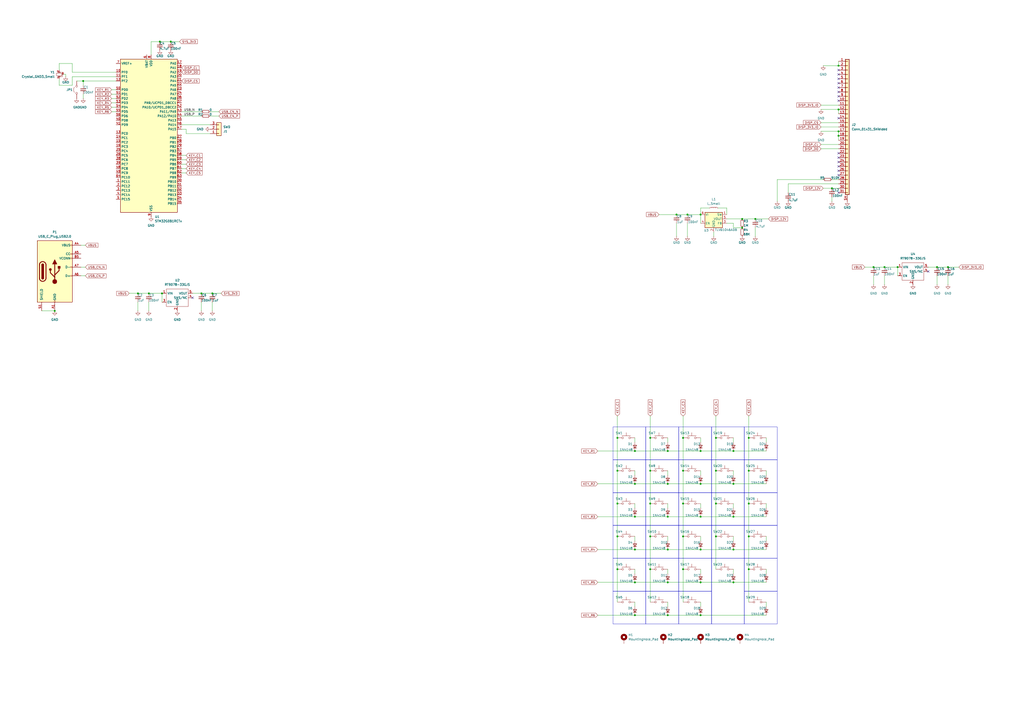
<source format=kicad_sch>
(kicad_sch (version 20231120) (generator "eeschema") (generator_version "8.0")
  (paper "A2")
  (junction (at 387.35 356.87))
  (junction (at 99.06 24.13))
  (junction (at 387.35 337.82))
  (junction (at 123.19 170.18))
  (junction (at 396.24 254))
  (junction (at 425.45 299.72))
  (junction (at 396.24 330.2))
  (junction (at 425.45 261.62))
  (junction (at 434.34 254))
  (junction (at 31.75 180.34))
  (junction (at 396.24 273.05))
  (junction (at 92.71 24.13))
  (junction (at 387.35 261.62))
  (junction (at 425.45 280.67))
  (junction (at 93.98 170.18))
  (junction (at 48.26 46.99))
  (junction (at 415.29 292.1))
  (junction (at 358.14 292.1))
  (junction (at 368.3 337.82))
  (junction (at 398.78 124.46))
  (junction (at 368.3 356.87))
  (junction (at 387.35 318.77))
  (junction (at 377.19 292.1))
  (junction (at 434.34 292.1))
  (junction (at 486.41 78.74))
  (junction (at 368.3 299.72))
  (junction (at 377.19 273.05))
  (junction (at 543.56 154.94))
  (junction (at 368.3 261.62))
  (junction (at 392.43 124.46))
  (junction (at 406.4 261.62))
  (junction (at 425.45 318.77))
  (junction (at 486.41 63.5))
  (junction (at 396.24 292.1))
  (junction (at 406.4 299.72))
  (junction (at 506.73 154.94))
  (junction (at 377.19 330.2))
  (junction (at 358.14 311.15))
  (junction (at 396.24 311.15))
  (junction (at 406.4 280.67))
  (junction (at 368.3 280.67))
  (junction (at 377.19 311.15))
  (junction (at 434.34 311.15))
  (junction (at 513.08 154.94))
  (junction (at 406.4 124.46))
  (junction (at 415.29 254))
  (junction (at 434.34 273.05))
  (junction (at 438.15 127))
  (junction (at 434.34 330.2))
  (junction (at 80.01 170.18))
  (junction (at 549.91 154.94))
  (junction (at 86.36 170.18))
  (junction (at 116.84 170.18))
  (junction (at 425.45 337.82))
  (junction (at 406.4 337.82))
  (junction (at 406.4 356.87))
  (junction (at 387.35 280.67))
  (junction (at 486.41 38.1))
  (junction (at 358.14 330.2))
  (junction (at 482.6 109.22))
  (junction (at 377.19 254))
  (junction (at 406.4 318.77))
  (junction (at 430.53 127))
  (junction (at 415.29 273.05))
  (junction (at 520.7 154.94))
  (junction (at 486.41 76.2))
  (junction (at 358.14 254))
  (junction (at 368.3 318.77))
  (junction (at 387.35 299.72))
  (junction (at 430.53 132.08))
  (junction (at 415.29 311.15))
  (junction (at 358.14 273.05))
  (no_connect (at 486.41 101.6))
  (no_connect (at 486.41 91.44))
  (no_connect (at 486.41 43.18))
  (no_connect (at 111.76 172.72))
  (no_connect (at 486.41 45.72))
  (no_connect (at 486.41 48.26))
  (no_connect (at 486.41 53.34))
  (no_connect (at 486.41 96.52))
  (no_connect (at 486.41 111.76))
  (no_connect (at 486.41 58.42))
  (no_connect (at 486.41 88.9))
  (no_connect (at 486.41 68.58))
  (no_connect (at 486.41 40.64))
  (no_connect (at 486.41 99.06))
  (no_connect (at 486.41 55.88))
  (no_connect (at 486.41 50.8))
  (no_connect (at 486.41 93.98))
  (no_connect (at 538.48 157.48))
  (wire (pts (xy 444.5 332.74) (xy 444.5 330.2)))
  (wire (pts (xy 41.91 36.83) (xy 41.91 41.91)))
  (wire (pts (xy 476.25 71.12) (xy 486.41 71.12)))
  (wire (pts (xy 368.3 261.62) (xy 387.35 261.62)))
  (wire (pts (xy 486.41 38.1) (xy 486.41 35.56)))
  (wire (pts (xy 398.78 124.46) (xy 406.4 124.46)))
  (wire (pts (xy 406.4 124.46) (xy 406.4 129.54)))
  (wire (pts (xy 486.41 63.5) (xy 486.41 66.04)))
  (wire (pts (xy 434.34 311.15) (xy 434.34 330.2)))
  (wire (pts (xy 105.41 67.31) (xy 116.84 67.31)))
  (wire (pts (xy 549.91 154.94) (xy 556.26 154.94)))
  (wire (pts (xy 438.15 132.08) (xy 438.15 137.16)))
  (wire (pts (xy 543.56 154.94) (xy 549.91 154.94)))
  (wire (pts (xy 387.35 256.54) (xy 387.35 254)))
  (wire (pts (xy 64.77 64.77) (xy 67.31 64.77)))
  (wire (pts (xy 358.14 241.3) (xy 358.14 254)))
  (wire (pts (xy 107.95 100.33) (xy 105.41 100.33)))
  (wire (pts (xy 387.35 356.87) (xy 406.4 356.87)))
  (wire (pts (xy 396.24 330.2) (xy 396.24 349.25)))
  (wire (pts (xy 406.4 299.72) (xy 425.45 299.72)))
  (wire (pts (xy 406.4 294.64) (xy 406.4 292.1)))
  (wire (pts (xy 377.19 254) (xy 377.19 273.05)))
  (wire (pts (xy 444.5 313.69) (xy 444.5 311.15)))
  (wire (pts (xy 513.08 165.1) (xy 513.08 160.02)))
  (wire (pts (xy 434.34 330.2) (xy 434.34 349.25)))
  (wire (pts (xy 38.1 43.18) (xy 36.83 43.18)))
  (wire (pts (xy 346.71 318.77) (xy 368.3 318.77)))
  (wire (pts (xy 406.4 356.87) (xy 444.5 356.87)))
  (wire (pts (xy 476.25 60.96) (xy 486.41 60.96)))
  (wire (pts (xy 415.29 241.3) (xy 415.29 254)))
  (wire (pts (xy 476.25 86.36) (xy 486.41 86.36)))
  (wire (pts (xy 387.35 351.79) (xy 387.35 349.25)))
  (wire (pts (xy 111.76 170.18) (xy 116.84 170.18)))
  (wire (pts (xy 421.64 120.65) (xy 416.56 120.65)))
  (wire (pts (xy 543.56 165.1) (xy 543.56 160.02)))
  (wire (pts (xy 396.24 273.05) (xy 396.24 292.1)))
  (wire (pts (xy 425.45 280.67) (xy 444.5 280.67)))
  (wire (pts (xy 346.71 261.62) (xy 368.3 261.62)))
  (wire (pts (xy 444.5 256.54) (xy 444.5 254)))
  (wire (pts (xy 406.4 280.67) (xy 425.45 280.67)))
  (wire (pts (xy 425.45 132.08) (xy 430.53 132.08)))
  (wire (pts (xy 105.41 64.77) (xy 116.84 64.77)))
  (wire (pts (xy 123.19 180.34) (xy 123.19 175.26)))
  (wire (pts (xy 538.48 154.94) (xy 543.56 154.94)))
  (wire (pts (xy 425.45 337.82) (xy 444.5 337.82)))
  (wire (pts (xy 476.25 83.82) (xy 486.41 83.82)))
  (wire (pts (xy 387.35 294.64) (xy 387.35 292.1)))
  (wire (pts (xy 434.34 273.05) (xy 434.34 292.1)))
  (wire (pts (xy 377.19 241.3) (xy 377.19 254)))
  (wire (pts (xy 549.91 165.1) (xy 549.91 160.02)))
  (wire (pts (xy 34.29 40.64) (xy 34.29 36.83)))
  (wire (pts (xy 476.25 63.5) (xy 486.41 63.5)))
  (wire (pts (xy 368.3 299.72) (xy 387.35 299.72)))
  (wire (pts (xy 67.31 44.45) (xy 41.91 44.45)))
  (wire (pts (xy 24.13 180.34) (xy 31.75 180.34)))
  (wire (pts (xy 368.3 337.82) (xy 387.35 337.82)))
  (wire (pts (xy 105.41 74.93) (xy 107.95 74.93)))
  (wire (pts (xy 87.63 31.75) (xy 87.63 24.13)))
  (wire (pts (xy 34.29 36.83) (xy 41.91 36.83)))
  (wire (pts (xy 116.84 170.18) (xy 123.19 170.18)))
  (wire (pts (xy 387.35 261.62) (xy 406.4 261.62)))
  (wire (pts (xy 116.84 180.34) (xy 116.84 175.26)))
  (wire (pts (xy 425.45 261.62) (xy 444.5 261.62)))
  (wire (pts (xy 450.85 104.14) (xy 450.85 116.84)))
  (wire (pts (xy 406.4 120.65) (xy 406.4 124.46)))
  (wire (pts (xy 48.26 46.99) (xy 48.26 49.53)))
  (wire (pts (xy 107.95 77.47) (xy 121.92 77.47)))
  (wire (pts (xy 34.29 49.53) (xy 34.29 45.72)))
  (wire (pts (xy 415.29 311.15) (xy 415.29 330.2)))
  (wire (pts (xy 482.6 104.14) (xy 486.41 104.14)))
  (wire (pts (xy 406.4 351.79) (xy 406.4 349.25)))
  (wire (pts (xy 107.95 90.17) (xy 105.41 90.17)))
  (wire (pts (xy 387.35 299.72) (xy 406.4 299.72)))
  (wire (pts (xy 486.41 76.2) (xy 486.41 78.74)))
  (wire (pts (xy 107.95 92.71) (xy 105.41 92.71)))
  (wire (pts (xy 434.34 254) (xy 434.34 273.05)))
  (wire (pts (xy 520.7 154.94) (xy 520.7 160.02)))
  (wire (pts (xy 49.53 160.02) (xy 46.99 160.02)))
  (wire (pts (xy 444.5 294.64) (xy 444.5 292.1)))
  (wire (pts (xy 87.63 24.13) (xy 92.71 24.13)))
  (wire (pts (xy 425.45 313.69) (xy 425.45 311.15)))
  (wire (pts (xy 64.77 62.23) (xy 67.31 62.23)))
  (wire (pts (xy 49.53 142.24) (xy 46.99 142.24)))
  (wire (pts (xy 99.06 24.13) (xy 104.14 24.13)))
  (wire (pts (xy 41.91 44.45) (xy 41.91 49.53)))
  (wire (pts (xy 406.4 256.54) (xy 406.4 254)))
  (wire (pts (xy 80.01 170.18) (xy 86.36 170.18)))
  (wire (pts (xy 368.3 275.59) (xy 368.3 273.05)))
  (wire (pts (xy 346.71 280.67) (xy 368.3 280.67)))
  (wire (pts (xy 92.71 24.13) (xy 99.06 24.13)))
  (wire (pts (xy 406.4 275.59) (xy 406.4 273.05)))
  (wire (pts (xy 387.35 332.74) (xy 387.35 330.2)))
  (wire (pts (xy 477.52 109.22) (xy 482.6 109.22)))
  (wire (pts (xy 64.77 57.15) (xy 67.31 57.15)))
  (wire (pts (xy 346.71 337.82) (xy 368.3 337.82)))
  (wire (pts (xy 387.35 337.82) (xy 406.4 337.82)))
  (wire (pts (xy 434.34 241.3) (xy 434.34 254)))
  (wire (pts (xy 358.14 254) (xy 358.14 273.05)))
  (wire (pts (xy 48.26 46.99) (xy 67.31 46.99)))
  (wire (pts (xy 396.24 311.15) (xy 396.24 330.2)))
  (wire (pts (xy 41.91 49.53) (xy 34.29 49.53)))
  (wire (pts (xy 392.43 137.16) (xy 392.43 129.54)))
  (wire (pts (xy 64.77 54.61) (xy 67.31 54.61)))
  (wire (pts (xy 368.3 318.77) (xy 387.35 318.77)))
  (wire (pts (xy 486.41 78.74) (xy 486.41 81.28)))
  (wire (pts (xy 421.64 127) (xy 430.53 127)))
  (wire (pts (xy 74.93 170.18) (xy 80.01 170.18)))
  (wire (pts (xy 430.53 127) (xy 438.15 127)))
  (wire (pts (xy 44.45 46.99) (xy 48.26 46.99)))
  (wire (pts (xy 48.26 54.61) (xy 48.26 57.15)))
  (wire (pts (xy 506.73 154.94) (xy 513.08 154.94)))
  (wire (pts (xy 387.35 275.59) (xy 387.35 273.05)))
  (wire (pts (xy 406.4 261.62) (xy 425.45 261.62)))
  (wire (pts (xy 476.25 76.2) (xy 486.41 76.2)))
  (wire (pts (xy 387.35 280.67) (xy 406.4 280.67)))
  (wire (pts (xy 406.4 313.69) (xy 406.4 311.15)))
  (wire (pts (xy 358.14 273.05) (xy 358.14 292.1)))
  (wire (pts (xy 396.24 241.3) (xy 396.24 254)))
  (wire (pts (xy 444.5 275.59) (xy 444.5 273.05)))
  (wire (pts (xy 411.48 120.65) (xy 406.4 120.65)))
  (wire (pts (xy 396.24 254) (xy 396.24 273.05)))
  (wire (pts (xy 127 67.31) (xy 121.92 67.31)))
  (wire (pts (xy 414.02 137.16) (xy 414.02 134.62)))
  (wire (pts (xy 377.19 292.1) (xy 377.19 311.15)))
  (wire (pts (xy 107.95 74.93) (xy 107.95 77.47)))
  (wire (pts (xy 107.95 95.25) (xy 105.41 95.25)))
  (wire (pts (xy 368.3 356.87) (xy 387.35 356.87)))
  (wire (pts (xy 80.01 180.34) (xy 80.01 175.26)))
  (wire (pts (xy 86.36 180.34) (xy 86.36 175.26)))
  (wire (pts (xy 368.3 351.79) (xy 368.3 349.25)))
  (wire (pts (xy 513.08 154.94) (xy 520.7 154.94)))
  (wire (pts (xy 506.73 165.1) (xy 506.73 160.02)))
  (wire (pts (xy 346.71 356.87) (xy 368.3 356.87)))
  (wire (pts (xy 425.45 256.54) (xy 425.45 254)))
  (wire (pts (xy 425.45 318.77) (xy 444.5 318.77)))
  (wire (pts (xy 377.19 273.05) (xy 377.19 292.1)))
  (wire (pts (xy 425.45 132.08) (xy 425.45 129.54)))
  (wire (pts (xy 421.64 124.46) (xy 421.64 120.65)))
  (wire (pts (xy 368.3 294.64) (xy 368.3 292.1)))
  (wire (pts (xy 387.35 318.77) (xy 406.4 318.77)))
  (wire (pts (xy 368.3 313.69) (xy 368.3 311.15)))
  (wire (pts (xy 38.1 44.45) (xy 38.1 43.18)))
  (wire (pts (xy 358.14 311.15) (xy 358.14 330.2)))
  (wire (pts (xy 476.25 73.66) (xy 486.41 73.66)))
  (wire (pts (xy 406.4 337.82) (xy 425.45 337.82)))
  (wire (pts (xy 477.52 38.1) (xy 486.41 38.1)))
  (wire (pts (xy 93.98 170.18) (xy 93.98 175.26)))
  (wire (pts (xy 396.24 292.1) (xy 396.24 311.15)))
  (wire (pts (xy 425.45 299.72) (xy 444.5 299.72)))
  (wire (pts (xy 368.3 280.67) (xy 387.35 280.67)))
  (wire (pts (xy 105.41 72.39) (xy 121.92 72.39)))
  (wire (pts (xy 477.52 104.14) (xy 450.85 104.14)))
  (wire (pts (xy 415.29 273.05) (xy 415.29 292.1)))
  (wire (pts (xy 387.35 313.69) (xy 387.35 311.15)))
  (wire (pts (xy 64.77 59.69) (xy 67.31 59.69)))
  (wire (pts (xy 128.27 170.18) (xy 123.19 170.18)))
  (wire (pts (xy 368.3 332.74) (xy 368.3 330.2)))
  (wire (pts (xy 382.27 124.46) (xy 392.43 124.46)))
  (wire (pts (xy 406.4 318.77) (xy 425.45 318.77)))
  (wire (pts (xy 346.71 299.72) (xy 368.3 299.72)))
  (wire (pts (xy 392.43 124.46) (xy 398.78 124.46)))
  (wire (pts (xy 41.91 41.91) (xy 67.31 41.91)))
  (wire (pts (xy 377.19 311.15) (xy 377.19 330.2)))
  (wire (pts (xy 457.2 106.68) (xy 486.41 106.68)))
  (wire (pts (xy 445.77 127) (xy 438.15 127)))
  (wire (pts (xy 406.4 332.74) (xy 406.4 330.2)))
  (wire (pts (xy 482.6 114.3) (xy 482.6 116.84)))
  (wire (pts (xy 444.5 351.79) (xy 444.5 349.25)))
  (wire (pts (xy 64.77 52.07) (xy 67.31 52.07)))
  (wire (pts (xy 434.34 292.1) (xy 434.34 311.15)))
  (wire (pts (xy 501.65 154.94) (xy 506.73 154.94)))
  (wire (pts (xy 425.45 294.64) (xy 425.45 292.1)))
  (wire (pts (xy 358.14 292.1) (xy 358.14 311.15)))
  (wire (pts (xy 415.29 292.1) (xy 415.29 311.15)))
  (wire (pts (xy 425.45 275.59) (xy 425.45 273.05)))
  (wire (pts (xy 425.45 332.74) (xy 425.45 330.2)))
  (wire (pts (xy 49.53 154.94) (xy 46.99 154.94)))
  (wire (pts (xy 358.14 330.2) (xy 358.14 349.25)))
  (wire (pts (xy 127 64.77) (xy 121.92 64.77)))
  (wire (pts (xy 486.41 109.22) (xy 482.6 109.22)))
  (wire (pts (xy 107.95 97.79) (xy 105.41 97.79)))
  (wire (pts (xy 425.45 129.54) (xy 421.64 129.54)))
  (wire (pts (xy 86.36 170.18) (xy 93.98 170.18)))
  (wire (pts (xy 377.19 330.2) (xy 377.19 349.25)))
  (wire (pts (xy 368.3 256.54) (xy 368.3 254)))
  (wire (pts (xy 457.2 111.76) (xy 457.2 106.68)))
  (wire (pts (xy 398.78 137.16) (xy 398.78 129.54)))
  (wire (pts (xy 415.29 254) (xy 415.29 273.05)))
  (rectangle (start 374.65 266.7) (end 393.7 285.75))
  (rectangle (start 431.8 266.7) (end 450.85 285.75))
  (rectangle (start 412.75 285.75) (end 431.8 304.8))
  (rectangle (start 393.7 266.7) (end 412.75 285.75))
  (rectangle (start 374.65 247.65) (end 393.7 266.7))
  (rectangle (start 393.7 247.65) (end 412.75 266.7))
  (rectangle (start 431.8 285.75) (end 450.85 304.8))
  (rectangle (start 374.65 285.75) (end 393.7 304.8))
  (rectangle (start 431.8 342.9) (end 450.85 361.95))
  (rectangle (start 374.65 323.85) (end 393.7 342.9))
  (rectangle (start 412.75 266.7) (end 431.8 285.75))
  (rectangle (start 412.75 304.8) (end 431.8 323.85))
  (rectangle (start 355.6 266.7) (end 374.65 285.75))
  (rectangle (start 431.8 304.8) (end 450.85 323.85))
  (rectangle (start 431.8 323.85) (end 450.85 342.9))
  (rectangle (start 412.75 323.85) (end 431.8 361.95))
  (rectangle (start 374.65 342.9) (end 393.7 361.95))
  (rectangle (start 393.7 285.75) (end 412.75 304.8))
  (rectangle (start 355.6 342.9) (end 374.65 361.95))
  (rectangle (start 412.75 247.65) (end 431.8 266.7))
  (rectangle (start 374.65 304.8) (end 393.7 323.85))
  (rectangle (start 431.8 247.65) (end 450.85 266.7))
  (rectangle (start 355.6 247.65) (end 374.65 266.7))
  (rectangle (start 355.6 285.75) (end 374.65 304.8))
  (rectangle (start 393.7 323.85) (end 412.75 342.9))
  (rectangle (start 393.7 342.9) (end 412.75 361.95))
  (rectangle (start 355.6 304.8) (end 374.65 323.85))
  (rectangle (start 393.7 304.8) (end 412.75 323.85))
  (rectangle (start 355.6 323.85) (end 374.65 342.9))
  (label "USB_P" (at 106.68 67.31 0))
  (label "USB_N" (at 106.68 64.77 0))
  (global_label "KEY_C1" (shape input) (at 358.14 241.3 90) (property "Intersheetrefs" "${INTERSHEET_REFS}" (effects (hide yes))))
  (global_label "KEY_R4" (shape input) (at 64.77 59.69 180) (property "Intersheetrefs" "${INTERSHEET_REFS}" (effects (hide yes))))
  (global_label "DISP_3V3_IO" (shape input) (at 476.25 73.66 180) (property "Intersheetrefs" "${INTERSHEET_REFS}" (effects (hide yes))))
  (global_label "KEY_R2" (shape input) (at 64.77 54.61 180) (property "Intersheetrefs" "${INTERSHEET_REFS}" (effects (hide yes))))
  (global_label "KEY_C4" (shape input) (at 415.29 241.3 90) (property "Intersheetrefs" "${INTERSHEET_REFS}" (effects (hide yes))))
  (global_label "KEY_C2" (shape input) (at 377.19 241.3 90) (property "Intersheetrefs" "${INTERSHEET_REFS}" (effects (hide yes))))
  (global_label "DISP_CL" (shape input) (at 105.41 39.37 0) (property "Intersheetrefs" "${INTERSHEET_REFS}" (effects (hide yes))))
  (global_label "KEY_R4" (shape input) (at 346.71 318.77 180) (property "Intersheetrefs" "${INTERSHEET_REFS}" (effects (hide yes))))
  (global_label "DISP_3V3_IO" (shape input) (at 556.26 154.94 0) (property "Intersheetrefs" "${INTERSHEET_REFS}" (effects (hide yes))))
  (global_label "VBUS" (shape input) (at 501.65 154.94 180) (property "Intersheetrefs" "${INTERSHEET_REFS}" (effects (hide yes))))
  (global_label "KEY_R5" (shape input) (at 346.71 337.82 180) (property "Intersheetrefs" "${INTERSHEET_REFS}" (effects (hide yes))))
  (global_label "SYS_3V3" (shape input) (at 104.14 24.13 0) (property "Intersheetrefs" "${INTERSHEET_REFS}" (effects (hide yes))))
  (global_label "VBUS" (shape input) (at 49.53 142.24 0) (property "Intersheetrefs" "${INTERSHEET_REFS}" (effects (hide yes))))
  (global_label "KEY_R5" (shape input) (at 64.77 62.23 180) (property "Intersheetrefs" "${INTERSHEET_REFS}" (effects (hide yes))))
  (global_label "USB_CN_P" (shape input) (at 127 67.31 0) (property "Intersheetrefs" "${INTERSHEET_REFS}" (effects (hide yes))))
  (global_label "KEY_R6" (shape input) (at 346.71 356.87 180) (property "Intersheetrefs" "${INTERSHEET_REFS}" (effects (hide yes))))
  (global_label "DISP_CS" (shape input) (at 105.41 46.99 0) (property "Intersheetrefs" "${INTERSHEET_REFS}" (effects (hide yes))))
  (global_label "KEY_R3" (shape input) (at 64.77 57.15 180) (property "Intersheetrefs" "${INTERSHEET_REFS}" (effects (hide yes))))
  (global_label "DISP_CL" (shape input) (at 476.25 83.82 180) (property "Intersheetrefs" "${INTERSHEET_REFS}" (effects (hide yes))))
  (global_label "USB_CN_P" (shape input) (at 49.53 160.02 0) (property "Intersheetrefs" "${INTERSHEET_REFS}" (effects (hide yes))))
  (global_label "DISP_DO" (shape input) (at 476.25 86.36 180) (property "Intersheetrefs" "${INTERSHEET_REFS}" (effects (hide yes))))
  (global_label "VBUS" (shape input) (at 382.27 124.46 180) (property "Intersheetrefs" "${INTERSHEET_REFS}" (effects (hide yes))))
  (global_label "DISP_12V" (shape input) (at 445.77 127 0) (property "Intersheetrefs" "${INTERSHEET_REFS}" (effects (hide yes))))
  (global_label "DISP_12V" (shape input) (at 477.52 109.22 180) (property "Intersheetrefs" "${INTERSHEET_REFS}" (effects (hide yes))))
  (global_label "KEY_C3" (shape input) (at 396.24 241.3 90) (property "Intersheetrefs" "${INTERSHEET_REFS}" (effects (hide yes))))
  (global_label "DISP_DO" (shape input) (at 105.41 41.91 0) (property "Intersheetrefs" "${INTERSHEET_REFS}" (effects (hide yes))))
  (global_label "KEY_R1" (shape input) (at 64.77 52.07 180) (property "Intersheetrefs" "${INTERSHEET_REFS}" (effects (hide yes))))
  (global_label "DISP_CS" (shape input) (at 476.25 71.12 180) (property "Intersheetrefs" "${INTERSHEET_REFS}" (effects (hide yes))))
  (global_label "KEY_C4" (shape input) (at 107.95 97.79 0) (property "Intersheetrefs" "${INTERSHEET_REFS}" (effects (hide yes))))
  (global_label "KEY_C5" (shape input) (at 434.34 241.3 90) (property "Intersheetrefs" "${INTERSHEET_REFS}" (effects (hide yes))))
  (global_label "KEY_R3" (shape input) (at 346.71 299.72 180) (property "Intersheetrefs" "${INTERSHEET_REFS}" (effects (hide yes))))
  (global_label "KEY_R6" (shape input) (at 64.77 64.77 180) (property "Intersheetrefs" "${INTERSHEET_REFS}" (effects (hide yes))))
  (global_label "KEY_R2" (shape input) (at 346.71 280.67 180) (property "Intersheetrefs" "${INTERSHEET_REFS}" (effects (hide yes))))
  (global_label "KEY_C5" (shape input) (at 107.95 100.33 0) (property "Intersheetrefs" "${INTERSHEET_REFS}" (effects (hide yes))))
  (global_label "USB_CN_N" (shape input) (at 127 64.77 0) (property "Intersheetrefs" "${INTERSHEET_REFS}" (effects (hide yes))))
  (global_label "KEY_C2" (shape input) (at 107.95 92.71 0) (property "Intersheetrefs" "${INTERSHEET_REFS}" (effects (hide yes))))
  (global_label "KEY_C1" (shape input) (at 107.95 90.17 0) (property "Intersheetrefs" "${INTERSHEET_REFS}" (effects (hide yes))))
  (global_label "USB_CN_N" (shape input) (at 49.53 154.94 0) (property "Intersheetrefs" "${INTERSHEET_REFS}" (effects (hide yes))))
  (global_label "VBUS" (shape input) (at 74.93 170.18 180) (property "Intersheetrefs" "${INTERSHEET_REFS}" (effects (hide yes))))
  (global_label "DISP_3V3_IO" (shape input) (at 476.25 60.96 180) (property "Intersheetrefs" "${INTERSHEET_REFS}" (effects (hide yes))))
  (global_label "KEY_R1" (shape input) (at 346.71 261.62 180) (property "Intersheetrefs" "${INTERSHEET_REFS}" (effects (hide yes))))
  (global_label "SYS_3V3" (shape input) (at 128.27 170.18 0) (property "Intersheetrefs" "${INTERSHEET_REFS}" (effects (hide yes))))
  (global_label "KEY_C3" (shape input) (at 107.95 95.25 0) (property "Intersheetrefs" "${INTERSHEET_REFS}" (effects (hide yes))))
  (symbol (lib_id "Device:R_Small") (at 119.38 64.77 90) (unit 1)
    (property "Reference" "R1" (at 116.332 63.754 90))
    (property "Value" "0" (at 122.174 63.754 90))
    (property "Footprint" "Resistor_SMD:R_0603_1608Metric" (effects (hide yes)))
    (property "Description" "Resistor, small symbol" (effects (hide yes)))
  )
  (symbol (lib_id "power:GND") (at 430.53 137.16 0) (unit 1)
    (property "Reference" "#PWR03" (effects (hide yes)))
    (property "Value" "GND" (at 430.53 140.716 0))
    (property "Description" "Power symbol creates a global label with name \"GND\" , ground" (effects (hide yes)))
  )
  (symbol (lib_id "power:GND") (at 476.25 76.2 0) (unit 1)
    (property "Reference" "#PWR029" (effects (hide yes)))
    (property "Value" "GND" (at 476.25 81.28 0))
    (property "Description" "Power symbol creates a global label with name \"GND\" , ground" (effects (hide yes)))
  )
  (symbol (lib_id "Switch:SW_Push") (at 363.22 273.05 0) (unit 1)
    (property "Reference" "SW2" (at 359.156 270.256 0))
    (property "Value" "SW_Push" (effects (hide yes)))
    (property "Footprint" "Button_Switch_Keyboard:SW_Cherry_MX_1.00u_PCB" (effects (hide yes)))
    (property "Description" "Push button switch, generic, two pins" (effects (hide yes)))
  )
  (symbol (lib_id "Device:D_Small") (at 387.35 354.33 90) (unit 1)
    (property "Reference" "D12" (at 383.286 352.806 90) (effects (justify right)))
    (property "Value" "1N4148" (at 378.46 356.108 90) (effects (justify right)))
    (property "Footprint" "Diode_THT:D_DO-35_SOD27_P7.62mm_Horizontal" (effects (hide yes)))
    (property "Description" "Diode, small symbol" (effects (hide yes)))
    (property "Sim.Device" "D" (effects (hide yes)))
    (property "Sim.Pins" "1=K 2=A" (effects (hide yes)))
  )
  (symbol (lib_id "Device:D_Small") (at 425.45 259.08 90) (unit 1)
    (property "Reference" "D19" (at 421.386 257.556 90) (effects (justify right)))
    (property "Value" "1N4148" (at 416.56 260.858 90) (effects (justify right)))
    (property "Footprint" "Diode_THT:D_DO-35_SOD27_P7.62mm_Horizontal" (effects (hide yes)))
    (property "Description" "Diode, small symbol" (effects (hide yes)))
    (property "Sim.Device" "D" (effects (hide yes)))
    (property "Sim.Pins" "1=K 2=A" (effects (hide yes)))
  )
  (symbol (lib_id "Device:C_Small") (at 513.08 157.48 0) (unit 1)
    (property "Reference" "C14" (at 513.334 155.956 0) (effects (justify left)))
    (property "Value" "100nF" (at 513.08 159.004 0) (effects (justify left)))
    (property "Footprint" "Capacitor_SMD:C_0603_1608Metric" (effects (hide yes)))
    (property "Description" "Unpolarized capacitor, small symbol" (effects (hide yes)))
  )
  (symbol (lib_id "Switch:SW_Push") (at 401.32 349.25 0) (unit 1)
    (property "Reference" "SW18" (at 397.256 346.456 0))
    (property "Value" "SW_Push" (effects (hide yes)))
    (property "Footprint" "Button_Switch_Keyboard:SW_Cherry_MX_1.00u_PCB" (effects (hide yes)))
    (property "Description" "Push button switch, generic, two pins" (effects (hide yes)))
  )
  (symbol (lib_id "Device:D_Small") (at 406.4 354.33 90) (unit 1)
    (property "Reference" "D18" (at 402.336 352.806 90) (effects (justify right)))
    (property "Value" "1N4148" (at 397.51 356.108 90) (effects (justify right)))
    (property "Footprint" "Diode_THT:D_DO-35_SOD27_P7.62mm_Horizontal" (effects (hide yes)))
    (property "Description" "Diode, small symbol" (effects (hide yes)))
    (property "Sim.Device" "D" (effects (hide yes)))
    (property "Sim.Pins" "1=K 2=A" (effects (hide yes)))
  )
  (symbol (lib_id "Device:R_Small") (at 480.06 104.14 90) (unit 1)
    (property "Reference" "R5" (at 477.012 103.124 90))
    (property "Value" "910K" (at 484.632 103.124 90))
    (property "Footprint" "Resistor_SMD:R_0603_1608Metric" (effects (hide yes)))
    (property "Description" "Resistor, small symbol" (effects (hide yes)))
  )
  (symbol (lib_id "Device:D_Small") (at 387.35 259.08 90) (unit 1)
    (property "Reference" "D7" (at 383.286 257.556 90) (effects (justify right)))
    (property "Value" "1N4148" (at 378.46 260.858 90) (effects (justify right)))
    (property "Footprint" "Diode_THT:D_DO-35_SOD27_P7.62mm_Horizontal" (effects (hide yes)))
    (property "Description" "Diode, small symbol" (effects (hide yes)))
    (property "Sim.Device" "D" (effects (hide yes)))
    (property "Sim.Pins" "1=K 2=A" (effects (hide yes)))
  )
  (symbol (lib_id "Device:D_Small") (at 387.35 278.13 90) (unit 1)
    (property "Reference" "D8" (at 383.286 276.606 90) (effects (justify right)))
    (property "Value" "1N4148" (at 378.46 279.908 90) (effects (justify right)))
    (property "Footprint" "Diode_THT:D_DO-35_SOD27_P7.62mm_Horizontal" (effects (hide yes)))
    (property "Description" "Diode, small symbol" (effects (hide yes)))
    (property "Sim.Device" "D" (effects (hide yes)))
    (property "Sim.Pins" "1=K 2=A" (effects (hide yes)))
  )
  (symbol (lib_id "Device:D_Small") (at 368.3 297.18 90) (unit 1)
    (property "Reference" "D3" (at 364.236 295.656 90) (effects (justify right)))
    (property "Value" "1N4148" (at 359.41 298.958 90) (effects (justify right)))
    (property "Footprint" "Diode_THT:D_DO-35_SOD27_P7.62mm_Horizontal" (effects (hide yes)))
    (property "Description" "Diode, small symbol" (effects (hide yes)))
    (property "Sim.Device" "D" (effects (hide yes)))
    (property "Sim.Pins" "1=K 2=A" (effects (hide yes)))
  )
  (symbol (lib_id "Device:C_Small") (at 48.26 52.07 0) (unit 1)
    (property "Reference" "C1" (at 48.514 50.546 0) (effects (justify left)))
    (property "Value" "100nF" (at 48.26 53.594 0) (effects (justify left)))
    (property "Footprint" "Capacitor_SMD:C_0603_1608Metric" (effects (hide yes)))
    (property "Description" "Unpolarized capacitor, small symbol" (effects (hide yes)))
  )
  (symbol (lib_id "Device:C_Small") (at 116.84 172.72 0) (unit 1)
    (property "Reference" "C6" (at 117.094 171.196 0) (effects (justify left)))
    (property "Value" "100nF" (at 116.84 174.244 0) (effects (justify left)))
    (property "Footprint" "Capacitor_SMD:C_0603_1608Metric" (effects (hide yes)))
    (property "Description" "Unpolarized capacitor, small symbol" (effects (hide yes)))
  )
  (symbol (lib_id "power:GND") (at 99.06 29.21 0) (unit 1)
    (property "Reference" "#PWR021" (effects (hide yes)))
    (property "Value" "GND" (at 99.06 32.512 0))
    (property "Description" "Power symbol creates a global label with name \"GND\" , ground" (effects (hide yes)))
  )
  (symbol (lib_id "Device:R_Small") (at 430.53 134.62 0) (unit 1)
    (property "Reference" "R4" (at 431.292 133.35 0) (effects (justify left)))
    (property "Value" "68K" (at 431.292 135.89 0) (effects (justify left)))
    (property "Footprint" "Resistor_SMD:R_0603_1608Metric" (effects (hide yes)))
    (property "Description" "Resistor, small symbol" (effects (hide yes)))
  )
  (symbol (lib_id "Device:C_Small") (at 398.78 127 0) (unit 1)
    (property "Reference" "C9" (at 399.034 125.476 0) (effects (justify left)))
    (property "Value" "100nF" (at 399.034 128.778 0) (effects (justify left)))
    (property "Footprint" "Capacitor_SMD:C_0603_1608Metric" (effects (hide yes)))
    (property "Description" "Unpolarized capacitor, small symbol" (effects (hide yes)))
  )
  (symbol (lib_id "Switch:SW_Push") (at 363.22 254 0) (unit 1)
    (property "Reference" "SW1" (at 359.156 251.206 0))
    (property "Value" "SW_Push" (effects (hide yes)))
    (property "Footprint" "Button_Switch_Keyboard:SW_Cherry_MX_1.00u_PCB" (effects (hide yes)))
    (property "Description" "Push button switch, generic, two pins" (effects (hide yes)))
  )
  (symbol (lib_id "Mechanical:MountingHole_Pad") (at 384.81 370.84 0) (unit 1) (exclude_from_sim yes) (in_bom no)
    (property "Reference" "H2" (at 387.35 368.2999 0) (effects (justify left)))
    (property "Value" "MountingHole_Pad" (at 387.35 370.8399 0) (effects (justify left)))
    (property "Footprint" "MountingHole:MountingHole_2.2mm_M2_Pad" (effects (hide yes)))
    (property "Description" "Mounting Hole with connection" (effects (hide yes)))
  )
  (symbol (lib_id "Device:D_Small") (at 406.4 259.08 90) (unit 1)
    (property "Reference" "D13" (at 402.336 257.556 90) (effects (justify right)))
    (property "Value" "1N4148" (at 397.51 260.858 90) (effects (justify right)))
    (property "Footprint" "Diode_THT:D_DO-35_SOD27_P7.62mm_Horizontal" (effects (hide yes)))
    (property "Description" "Diode, small symbol" (effects (hide yes)))
    (property "Sim.Device" "D" (effects (hide yes)))
    (property "Sim.Pins" "1=K 2=A" (effects (hide yes)))
  )
  (symbol (lib_id "power:GND") (at 48.26 57.15 0) (unit 1)
    (property "Reference" "#PWR025" (effects (hide yes)))
    (property "Value" "GND" (at 48.26 62.23 0))
    (property "Description" "Power symbol creates a global label with name \"GND\" , ground" (effects (hide yes)))
  )
  (symbol (lib_id "Device:D_Small") (at 368.3 354.33 90) (unit 1)
    (property "Reference" "D6" (at 364.236 352.806 90) (effects (justify right)))
    (property "Value" "1N4148" (at 359.41 356.108 90) (effects (justify right)))
    (property "Footprint" "Diode_THT:D_DO-35_SOD27_P7.62mm_Horizontal" (effects (hide yes)))
    (property "Description" "Diode, small symbol" (effects (hide yes)))
    (property "Sim.Device" "D" (effects (hide yes)))
    (property "Sim.Pins" "1=K 2=A" (effects (hide yes)))
  )
  (symbol (lib_id "Switch:SW_Push") (at 382.27 311.15 0) (unit 1)
    (property "Reference" "SW10" (at 378.206 308.356 0))
    (property "Value" "SW_Push" (effects (hide yes)))
    (property "Footprint" "Button_Switch_Keyboard:SW_Cherry_MX_1.00u_PCB" (effects (hide yes)))
    (property "Description" "Push button switch, generic, two pins" (effects (hide yes)))
  )
  (symbol (lib_id "Device:D_Small") (at 444.5 297.18 90) (unit 1)
    (property "Reference" "D26" (at 440.436 295.656 90) (effects (justify right)))
    (property "Value" "1N4148" (at 435.61 298.958 90) (effects (justify right)))
    (property "Footprint" "Diode_THT:D_DO-35_SOD27_P7.62mm_Horizontal" (effects (hide yes)))
    (property "Description" "Diode, small symbol" (effects (hide yes)))
    (property "Sim.Device" "D" (effects (hide yes)))
    (property "Sim.Pins" "1=K 2=A" (effects (hide yes)))
  )
  (symbol (lib_id "Device:C_Small") (at 457.2 114.3 0) (unit 1)
    (property "Reference" "C11" (at 457.454 112.776 0) (effects (justify left)))
    (property "Value" "4.7uF" (at 457.454 116.078 0) (effects (justify left)))
    (property "Footprint" "Capacitor_SMD:C_1206_3216Metric" (effects (hide yes)))
    (property "Description" "Unpolarized capacitor, small symbol" (effects (hide yes)))
  )
  (symbol (lib_id "Device:D_Small") (at 444.5 354.33 90) (unit 1)
    (property "Reference" "D29" (at 440.436 352.806 90) (effects (justify right)))
    (property "Value" "1N4148" (at 435.61 356.108 90) (effects (justify right)))
    (property "Footprint" "Diode_THT:D_DO-35_SOD27_P7.62mm_Horizontal" (effects (hide yes)))
    (property "Description" "Diode, small symbol" (effects (hide yes)))
    (property "Sim.Device" "D" (effects (hide yes)))
    (property "Sim.Pins" "1=K 2=A" (effects (hide yes)))
  )
  (symbol (lib_id "power:GND") (at 392.43 137.16 0) (unit 1)
    (property "Reference" "#PWR07" (effects (hide yes)))
    (property "Value" "GND" (at 392.43 140.716 0))
    (property "Description" "Power symbol creates a global label with name \"GND\" , ground" (effects (hide yes)))
  )
  (symbol (lib_id "Switch:SW_Push") (at 401.32 292.1 0) (unit 1)
    (property "Reference" "SW15" (at 397.256 289.306 0))
    (property "Value" "SW_Push" (effects (hide yes)))
    (property "Footprint" "Button_Switch_Keyboard:SW_Cherry_MX_1.00u_PCB" (effects (hide yes)))
    (property "Description" "Push button switch, generic, two pins" (effects (hide yes)))
  )
  (symbol (lib_id "Device:D_Small") (at 368.3 335.28 90) (unit 1)
    (property "Reference" "D5" (at 364.236 333.756 90) (effects (justify right)))
    (property "Value" "1N4148" (at 359.41 337.058 90) (effects (justify right)))
    (property "Footprint" "Diode_THT:D_DO-35_SOD27_P7.62mm_Horizontal" (effects (hide yes)))
    (property "Description" "Diode, small symbol" (effects (hide yes)))
    (property "Sim.Device" "D" (effects (hide yes)))
    (property "Sim.Pins" "1=K 2=A" (effects (hide yes)))
  )
  (symbol (lib_id "Device:D_Small") (at 425.45 278.13 90) (unit 1)
    (property "Reference" "D20" (at 421.386 276.606 90) (effects (justify right)))
    (property "Value" "1N4148" (at 416.56 279.908 90) (effects (justify right)))
    (property "Footprint" "Diode_THT:D_DO-35_SOD27_P7.62mm_Horizontal" (effects (hide yes)))
    (property "Description" "Diode, small symbol" (effects (hide yes)))
    (property "Sim.Device" "D" (effects (hide yes)))
    (property "Sim.Pins" "1=K 2=A" (effects (hide yes)))
  )
  (symbol (lib_id "Device:R_Small") (at 119.38 67.31 90) (unit 1)
    (property "Reference" "R2" (at 116.332 66.294 90))
    (property "Value" "0" (at 122.174 66.294 90))
    (property "Footprint" "Resistor_SMD:R_0603_1608Metric" (effects (hide yes)))
    (property "Description" "Resistor, small symbol" (effects (hide yes)))
  )
  (symbol (lib_id "Device:D_Small") (at 406.4 335.28 90) (unit 1)
    (property "Reference" "D17" (at 402.336 333.756 90) (effects (justify right)))
    (property "Value" "1N4148" (at 397.51 337.058 90) (effects (justify right)))
    (property "Footprint" "Diode_THT:D_DO-35_SOD27_P7.62mm_Horizontal" (effects (hide yes)))
    (property "Description" "Diode, small symbol" (effects (hide yes)))
    (property "Sim.Device" "D" (effects (hide yes)))
    (property "Sim.Pins" "1=K 2=A" (effects (hide yes)))
  )
  (symbol (lib_id "Device:D_Small") (at 444.5 259.08 90) (unit 1)
    (property "Reference" "D24" (at 440.436 257.556 90) (effects (justify right)))
    (property "Value" "1N4148" (at 435.61 260.858 90) (effects (justify right)))
    (property "Footprint" "Diode_THT:D_DO-35_SOD27_P7.62mm_Horizontal" (effects (hide yes)))
    (property "Description" "Diode, small symbol" (effects (hide yes)))
    (property "Sim.Device" "D" (effects (hide yes)))
    (property "Sim.Pins" "1=K 2=A" (effects (hide yes)))
  )
  (symbol (lib_id "Device:D_Small") (at 387.35 335.28 90) (unit 1)
    (property "Reference" "D11" (at 383.286 333.756 90) (effects (justify right)))
    (property "Value" "1N4148" (at 378.46 337.058 90) (effects (justify right)))
    (property "Footprint" "Diode_THT:D_DO-35_SOD27_P7.62mm_Horizontal" (effects (hide yes)))
    (property "Description" "Diode, small symbol" (effects (hide yes)))
    (property "Sim.Device" "D" (effects (hide yes)))
    (property "Sim.Pins" "1=K 2=A" (effects (hide yes)))
  )
  (symbol (lib_id "Device:C_Small") (at 506.73 157.48 0) (unit 1)
    (property "Reference" "C13" (at 506.73 155.956 0) (effects (justify left)))
    (property "Value" "1uF" (at 506.73 159.004 0) (effects (justify left)))
    (property "Footprint" "Capacitor_SMD:C_0603_1608Metric" (effects (hide yes)))
    (property "Description" "Unpolarized capacitor, small symbol" (effects (hide yes)))
  )
  (symbol (lib_id "power:GND") (at 506.73 165.1 0) (unit 1)
    (property "Reference" "#PWR012" (effects (hide yes)))
    (property "Value" "GND" (at 506.73 170.18 0))
    (property "Description" "Power symbol creates a global label with name \"GND\" , ground" (effects (hide yes)))
  )
  (symbol (lib_id "Device:C_Small") (at 80.01 172.72 0) (unit 1)
    (property "Reference" "C2" (at 80.01 171.196 0) (effects (justify left)))
    (property "Value" "1uF" (at 80.01 174.244 0) (effects (justify left)))
    (property "Footprint" "Capacitor_SMD:C_0603_1608Metric" (effects (hide yes)))
    (property "Description" "Unpolarized capacitor, small symbol" (effects (hide yes)))
  )
  (symbol (lib_id "Switch:SW_Push") (at 439.42 311.15 0) (unit 1)
    (property "Reference" "SW27" (at 435.356 308.356 0))
    (property "Value" "SW_Push" (effects (hide yes)))
    (property "Footprint" "Button_Switch_Keyboard:SW_Cherry_MX_1.00u_PCB" (effects (hide yes)))
    (property "Description" "Push button switch, generic, two pins" (effects (hide yes)))
  )
  (symbol (lib_id "Switch:SW_Push") (at 439.42 254 0) (unit 1)
    (property "Reference" "SW24" (at 435.356 251.206 0))
    (property "Value" "SW_Push" (effects (hide yes)))
    (property "Footprint" "Button_Switch_Keyboard:SW_Cherry_MX_1.00u_PCB" (effects (hide yes)))
    (property "Description" "Push button switch, generic, two pins" (effects (hide yes)))
  )
  (symbol (lib_id "power:GND") (at 121.92 74.93 270) (unit 1)
    (property "Reference" "#PWR024" (effects (hide yes)))
    (property "Value" "GND" (at 118.11 74.9299 90) (effects (justify right)))
    (property "Description" "Power symbol creates a global label with name \"GND\" , ground" (effects (hide yes)))
  )
  (symbol (lib_id "power:GND") (at 477.52 38.1 0) (unit 1)
    (property "Reference" "#PWR030" (effects (hide yes)))
    (property "Value" "GND" (at 477.52 43.18 0))
    (property "Description" "Power symbol creates a global label with name \"GND\" , ground" (effects (hide yes)))
  )
  (symbol (lib_id "Connector:USB_C_Plug_USB2.0") (at 31.75 157.48 0) (unit 1)
    (property "Reference" "P1" (at 31.75 134.62 0))
    (property "Value" "USB_C_Plug_USB2.0" (at 31.75 137.16 0))
    (property "Footprint" "Connector_USB:USB_C_Receptacle_G-Switch_GT-USB-7010ASV" (effects (hide yes)))
    (property "Datasheet" "https://www.usb.org/sites/default/files/documents/usb_type-c.zip" (effects (hide yes)))
    (property "Description" "USB 2.0-only Type-C Plug connector" (effects (hide yes)))
  )
  (symbol (lib_id "Switch:SW_Push") (at 382.27 330.2 0) (unit 1)
    (property "Reference" "SW11" (at 378.206 327.406 0))
    (property "Value" "SW_Push" (effects (hide yes)))
    (property "Footprint" "Button_Switch_Keyboard:SW_Cherry_MX_1.00u_PCB" (effects (hide yes)))
    (property "Description" "Push button switch, generic, two pins" (effects (hide yes)))
  )
  (symbol (lib_id "Device:D_Small") (at 444.5 278.13 90) (unit 1)
    (property "Reference" "D25" (at 440.436 276.606 90) (effects (justify right)))
    (property "Value" "1N4148" (at 435.61 279.908 90) (effects (justify right)))
    (property "Footprint" "Diode_THT:D_DO-35_SOD27_P7.62mm_Horizontal" (effects (hide yes)))
    (property "Description" "Diode, small symbol" (effects (hide yes)))
    (property "Sim.Device" "D" (effects (hide yes)))
    (property "Sim.Pins" "1=K 2=A" (effects (hide yes)))
  )
  (symbol (lib_id "power:GND") (at 87.63 125.73 0) (unit 1)
    (property "Reference" "#PWR01" (effects (hide yes)))
    (property "Value" "GND" (at 87.63 130.81 0))
    (property "Description" "Power symbol creates a global label with name \"GND\" , ground" (effects (hide yes)))
  )
  (symbol (lib_id "Switch:SW_Push") (at 439.42 292.1 0) (unit 1)
    (property "Reference" "SW26" (at 435.356 289.306 0))
    (property "Value" "SW_Push" (effects (hide yes)))
    (property "Footprint" "Button_Switch_Keyboard:SW_Cherry_MX_1.00u_PCB" (effects (hide yes)))
    (property "Description" "Push button switch, generic, two pins" (effects (hide yes)))
  )
  (symbol (lib_id "Device:C_Small") (at 482.6 111.76 0) (unit 1)
    (property "Reference" "C12" (at 482.854 110.236 0) (effects (justify left)))
    (property "Value" "100nF" (at 482.854 113.538 0) (effects (justify left)))
    (property "Footprint" "Capacitor_SMD:C_0603_1608Metric" (effects (hide yes)))
    (property "Description" "Unpolarized capacitor, small symbol" (effects (hide yes)))
  )
  (symbol (lib_id "power:GND") (at 476.25 63.5 0) (unit 1)
    (property "Reference" "#PWR028" (effects (hide yes)))
    (property "Value" "GND" (at 476.25 68.58 0))
    (property "Description" "Power symbol creates a global label with name \"GND\" , ground" (effects (hide yes)))
  )
  (symbol (lib_id "Connector_Generic:Conn_01x03") (at 127 74.93 0) (mirror x) (unit 1)
    (property "Reference" "J1" (at 129.54 76.2001 0) (effects (justify left)))
    (property "Value" "SWD" (at 129.54 73.6601 0) (effects (justify left)))
    (property "Footprint" "Connector_PinHeader_2.54mm:PinHeader_1x03_P2.54mm_Vertical" (effects (hide yes)))
    (property "Description" "Generic connector, single row, 01x03, script generated (kicad-library-utils/schlib/autogen/connector/)" (effects (hide yes)))
  )
  (symbol (lib_id "Switch:SW_Push") (at 420.37 330.2 0) (unit 1)
    (property "Reference" "SW23" (at 416.306 327.406 0))
    (property "Value" "SW_Push" (effects (hide yes)))
    (property "Footprint" "Button_Switch_Keyboard:SW_Cherry_MX_1.00u_PCB" (effects (hide yes)))
    (property "Description" "Push button switch, generic, two pins" (effects (hide yes)))
  )
  (symbol (lib_id "Switch:SW_Push") (at 382.27 273.05 0) (unit 1)
    (property "Reference" "SW8" (at 378.206 270.256 0))
    (property "Value" "SW_Push" (effects (hide yes)))
    (property "Footprint" "Button_Switch_Keyboard:SW_Cherry_MX_1.00u_PCB" (effects (hide yes)))
    (property "Description" "Push button switch, generic, two pins" (effects (hide yes)))
  )
  (symbol (lib_id "Device:R_Small") (at 430.53 129.54 0) (unit 1)
    (property "Reference" "R3" (at 431.292 128.27 0) (effects (justify left)))
    (property "Value" "1M" (at 431.292 130.81 0) (effects (justify left)))
    (property "Footprint" "Resistor_SMD:R_0603_1608Metric" (effects (hide yes)))
    (property "Description" "Resistor, small symbol" (effects (hide yes)))
  )
  (symbol (lib_id "power:GND") (at 450.85 116.84 0) (unit 1)
    (property "Reference" "#PWR027" (effects (hide yes)))
    (property "Value" "GND" (at 450.85 120.396 0))
    (property "Description" "Power symbol creates a global label with name \"GND\" , ground" (effects (hide yes)))
  )
  (symbol (lib_id "Device:D_Small") (at 406.4 297.18 90) (unit 1)
    (property "Reference" "D15" (at 402.336 295.656 90) (effects (justify right)))
    (property "Value" "1N4148" (at 397.51 298.958 90) (effects (justify right)))
    (property "Footprint" "Diode_THT:D_DO-35_SOD27_P7.62mm_Horizontal" (effects (hide yes)))
    (property "Description" "Diode, small symbol" (effects (hide yes)))
    (property "Sim.Device" "D" (effects (hide yes)))
    (property "Sim.Pins" "1=K 2=A" (effects (hide yes)))
  )
  (symbol (lib_id "Switch:SW_Push") (at 420.37 311.15 0) (unit 1)
    (property "Reference" "SW22" (at 416.306 308.356 0))
    (property "Value" "SW_Push" (effects (hide yes)))
    (property "Footprint" "Button_Switch_Keyboard:SW_Cherry_MX_1.00u_PCB" (effects (hide yes)))
    (property "Description" "Push button switch, generic, two pins" (effects (hide yes)))
  )
  (symbol (lib_id "Switch:SW_Push") (at 363.22 311.15 0) (unit 1)
    (property "Reference" "SW4" (at 359.156 308.356 0))
    (property "Value" "SW_Push" (effects (hide yes)))
    (property "Footprint" "Button_Switch_Keyboard:SW_Cherry_MX_1.00u_PCB" (effects (hide yes)))
    (property "Description" "Push button switch, generic, two pins" (effects (hide yes)))
  )
  (symbol (lib_id "Switch:SW_Push") (at 363.22 349.25 0) (unit 1)
    (property "Reference" "SW6" (at 359.156 346.456 0))
    (property "Value" "SW_Push" (effects (hide yes)))
    (property "Footprint" "Button_Switch_Keyboard:SW_Cherry_MX_1.00u_PCB" (effects (hide yes)))
    (property "Description" "Push button switch, generic, two pins" (effects (hide yes)))
  )
  (symbol (lib_id "power:GND") (at 457.2 116.84 0) (unit 1)
    (property "Reference" "#PWR026" (effects (hide yes)))
    (property "Value" "GND" (at 457.2 120.396 0))
    (property "Description" "Power symbol creates a global label with name \"GND\" , ground" (effects (hide yes)))
  )
  (symbol (lib_id "Switch:SW_Push") (at 401.32 254 0) (unit 1)
    (property "Reference" "SW13" (at 397.256 251.206 0))
    (property "Value" "SW_Push" (effects (hide yes)))
    (property "Footprint" "Button_Switch_Keyboard:SW_Cherry_MX_1.00u_PCB" (effects (hide yes)))
    (property "Description" "Push button switch, generic, two pins" (effects (hide yes)))
  )
  (symbol (lib_id "Mechanical:MountingHole_Pad") (at 406.4 370.84 0) (unit 1) (exclude_from_sim yes) (in_bom no)
    (property "Reference" "H3" (at 408.94 368.2999 0) (effects (justify left)))
    (property "Value" "MountingHole_Pad" (at 408.94 370.8399 0) (effects (justify left)))
    (property "Footprint" "MountingHole:MountingHole_2.2mm_M2_Pad" (effects (hide yes)))
    (property "Description" "Mounting Hole with connection" (effects (hide yes)))
  )
  (symbol (lib_id "Device:C_Small") (at 549.91 157.48 0) (unit 1)
    (property "Reference" "C16" (at 549.91 155.956 0) (effects (justify left)))
    (property "Value" "1uF" (at 549.91 159.004 0) (effects (justify left)))
    (property "Footprint" "Capacitor_SMD:C_0603_1608Metric" (effects (hide yes)))
    (property "Description" "Unpolarized capacitor, small symbol" (effects (hide yes)))
  )
  (symbol (lib_id "Switch:SW_Push") (at 420.37 273.05 0) (unit 1)
    (property "Reference" "SW20" (at 416.306 270.256 0))
    (property "Value" "SW_Push" (effects (hide yes)))
    (property "Footprint" "Button_Switch_Keyboard:SW_Cherry_MX_1.00u_PCB" (effects (hide yes)))
    (property "Description" "Push button switch, generic, two pins" (effects (hide yes)))
  )
  (symbol (lib_id "power:GND") (at 116.84 180.34 0) (unit 1)
    (property "Reference" "#PWR018" (effects (hide yes)))
    (property "Value" "GND" (at 116.84 185.42 0))
    (property "Description" "Power symbol creates a global label with name \"GND\" , ground" (effects (hide yes)))
  )
  (symbol (lib_id "Switch:SW_Push") (at 363.22 292.1 0) (unit 1)
    (property "Reference" "SW3" (at 359.156 289.306 0))
    (property "Value" "SW_Push" (effects (hide yes)))
    (property "Footprint" "Button_Switch_Keyboard:SW_Cherry_MX_1.00u_PCB" (effects (hide yes)))
    (property "Description" "Push button switch, generic, two pins" (effects (hide yes)))
  )
  (symbol (lib_id "Device:D_Small") (at 444.5 316.23 90) (unit 1)
    (property "Reference" "D27" (at 440.436 314.706 90) (effects (justify right)))
    (property "Value" "1N4148" (at 435.61 318.008 90) (effects (justify right)))
    (property "Footprint" "Diode_THT:D_DO-35_SOD27_P7.62mm_Horizontal" (effects (hide yes)))
    (property "Description" "Diode, small symbol" (effects (hide yes)))
    (property "Sim.Device" "D" (effects (hide yes)))
    (property "Sim.Pins" "1=K 2=A" (effects (hide yes)))
  )
  (symbol (lib_id "power:GND") (at 438.15 137.16 0) (unit 1)
    (property "Reference" "#PWR04" (effects (hide yes)))
    (property "Value" "GND" (at 438.15 140.716 0))
    (property "Description" "Power symbol creates a global label with name \"GND\" , ground" (effects (hide yes)))
  )
  (symbol (lib_id "Switch:SW_Push") (at 401.32 311.15 0) (unit 1)
    (property "Reference" "SW16" (at 397.256 308.356 0))
    (property "Value" "SW_Push" (effects (hide yes)))
    (property "Footprint" "Button_Switch_Keyboard:SW_Cherry_MX_1.00u_PCB" (effects (hide yes)))
    (property "Description" "Push button switch, generic, two pins" (effects (hide yes)))
  )
  (symbol (lib_id "mathpad:RT9078-33GJ5") (at 102.87 172.72 0) (unit 1)
    (property "Reference" "U2" (at 102.87 162.56 0))
    (property "Value" "RT9078-33GJS" (at 102.87 165.1 0))
    (property "Footprint" "Package_TO_SOT_SMD:TSOT-23-5" (effects (hide yes)))
  )
  (symbol (lib_id "MCU_ST_STM32G0:STM32G0B1RCTx") (at 85.09 80.01 0) (unit 1)
    (property "Reference" "U1" (at 89.8241 125.73 0) (effects (justify left)))
    (property "Value" "STM32G0B1RCTx" (at 89.8241 128.27 0) (effects (justify left)))
    (property "Footprint" "Package_QFP:LQFP-64_10x10mm_P0.5mm" (effects (hide yes)))
    (property "Datasheet" "https://www.st.com/resource/en/datasheet/stm32g0b1rc.pdf" (effects (hide yes)))
    (property "Description" "STMicroelectronics Arm Cortex-M0+ MCU, 256KB flash, 144KB RAM, 64 MHz, 1.7-3.6V, 60 GPIO, LQFP64" (effects (hide yes)))
  )
  (symbol (lib_id "Mechanical:MountingHole_Pad") (at 361.95 370.84 0) (unit 1) (exclude_from_sim yes) (in_bom no)
    (property "Reference" "H1" (at 364.49 368.2999 0) (effects (justify left)))
    (property "Value" "MountingHole_Pad" (at 364.49 370.8399 0) (effects (justify left)))
    (property "Footprint" "MountingHole:MountingHole_2.2mm_M2_Pad" (effects (hide yes)))
    (property "Description" "Mounting Hole with connection" (effects (hide yes)))
  )
  (symbol (lib_id "Device:D_Small") (at 368.3 259.08 90) (unit 1)
    (property "Reference" "D1" (at 364.236 257.556 90) (effects (justify right)))
    (property "Value" "1N4148" (at 359.41 260.858 90) (effects (justify right)))
    (property "Footprint" "Diode_THT:D_DO-35_SOD27_P7.62mm_Horizontal" (effects (hide yes)))
    (property "Description" "Diode, small symbol" (effects (hide yes)))
    (property "Sim.Device" "D" (effects (hide yes)))
    (property "Sim.Pins" "1=K 2=A" (effects (hide yes)))
  )
  (symbol (lib_id "mathpad:RT9078-33GJ5") (at 529.59 157.48 0) (unit 1)
    (property "Reference" "U4" (at 529.59 147.32 0))
    (property "Value" "RT9078-33GJS" (at 529.59 149.86 0))
    (property "Footprint" "Package_TO_SOT_SMD:TSOT-23-5" (effects (hide yes)))
  )
  (symbol (lib_id "power:GND") (at 80.01 180.34 0) (unit 1)
    (property "Reference" "#PWR015" (effects (hide yes)))
    (property "Value" "GND" (at 80.01 185.42 0))
    (property "Description" "Power symbol creates a global label with name \"GND\" , ground" (effects (hide yes)))
  )
  (symbol (lib_id "power:GND") (at 44.45 57.15 0) (unit 1)
    (property "Reference" "#PWR022" (effects (hide yes)))
    (property "Value" "GND" (at 44.45 62.23 0))
    (property "Description" "Power symbol creates a global label with name \"GND\" , ground" (effects (hide yes)))
  )
  (symbol (lib_id "power:GND") (at 549.91 165.1 0) (unit 1)
    (property "Reference" "#PWR014" (effects (hide yes)))
    (property "Value" "GND" (at 549.91 170.18 0))
    (property "Description" "Power symbol creates a global label with name \"GND\" , ground" (effects (hide yes)))
  )
  (symbol (lib_id "Device:C_Small") (at 123.19 172.72 0) (unit 1)
    (property "Reference" "C7" (at 123.19 171.196 0) (effects (justify left)))
    (property "Value" "1uF" (at 123.19 174.244 0) (effects (justify left)))
    (property "Footprint" "Capacitor_SMD:C_0603_1608Metric" (effects (hide yes)))
    (property "Description" "Unpolarized capacitor, small symbol" (effects (hide yes)))
  )
  (symbol (lib_id "Jumper:Jumper_2_Open") (at 44.45 52.07 90) (mirror x) (unit 1) (exclude_from_sim yes)
    (property "Reference" "JP1" (at 42.164 52.07 90) (effects (justify left)))
    (property "Value" "Jumper_2_Open" (effects (hide yes)))
    (property "Footprint" "Jumper:SolderJumper-2_P1.3mm_Open_Pad1.0x1.5mm" (effects (hide yes)))
    (property "Description" "Jumper, 2-pole, open" (effects (hide yes)))
  )
  (symbol (lib_id "Device:C_Small") (at 99.06 26.67 0) (unit 1)
    (property "Reference" "C5" (at 99.314 25.146 0) (effects (justify left)))
    (property "Value" "100nF" (at 99.06 28.194 0) (effects (justify left)))
    (property "Footprint" "Capacitor_SMD:C_0603_1608Metric" (effects (hide yes)))
    (property "Description" "Unpolarized capacitor, small symbol" (effects (hide yes)))
  )
  (symbol (lib_id "power:GND") (at 491.49 116.84 0) (unit 1)
    (property "Reference" "#PWR08" (effects (hide yes)))
    (property "Value" "GND" (at 491.49 120.396 0))
    (property "Description" "Power symbol creates a global label with name \"GND\" , ground" (effects (hide yes)))
  )
  (symbol (lib_id "Device:C_Small") (at 392.43 127 0) (unit 1)
    (property "Reference" "C8" (at 392.684 125.476 0) (effects (justify left)))
    (property "Value" "1uF" (at 392.684 128.778 0) (effects (justify left)))
    (property "Footprint" "Capacitor_SMD:C_0603_1608Metric" (effects (hide yes)))
    (property "Description" "Unpolarized capacitor, small symbol" (effects (hide yes)))
  )
  (symbol (lib_id "Device:D_Small") (at 425.45 316.23 90) (unit 1)
    (property "Reference" "D22" (at 421.386 314.706 90) (effects (justify right)))
    (property "Value" "1N4148" (at 416.56 318.008 90) (effects (justify right)))
    (property "Footprint" "Diode_THT:D_DO-35_SOD27_P7.62mm_Horizontal" (effects (hide yes)))
    (property "Description" "Diode, small symbol" (effects (hide yes)))
    (property "Sim.Device" "D" (effects (hide yes)))
    (property "Sim.Pins" "1=K 2=A" (effects (hide yes)))
  )
  (symbol (lib_id "power:GND") (at 92.71 29.21 0) (unit 1)
    (property "Reference" "#PWR020" (effects (hide yes)))
    (property "Value" "GND" (at 92.71 32.512 0))
    (property "Description" "Power symbol creates a global label with name \"GND\" , ground" (effects (hide yes)))
  )
  (symbol (lib_id "Switch:SW_Push") (at 382.27 292.1 0) (unit 1)
    (property "Reference" "SW9" (at 378.206 289.306 0))
    (property "Value" "SW_Push" (effects (hide yes)))
    (property "Footprint" "Button_Switch_Keyboard:SW_Cherry_MX_1.00u_PCB" (effects (hide yes)))
    (property "Description" "Push button switch, generic, two pins" (effects (hide yes)))
  )
  (symbol (lib_id "Device:D_Small") (at 406.4 316.23 90) (unit 1)
    (property "Reference" "D16" (at 402.336 314.706 90) (effects (justify right)))
    (property "Value" "1N4148" (at 397.51 318.008 90) (effects (justify right)))
    (property "Footprint" "Diode_THT:D_DO-35_SOD27_P7.62mm_Horizontal" (effects (hide yes)))
    (property "Description" "Diode, small symbol" (effects (hide yes)))
    (property "Sim.Device" "D" (effects (hide yes)))
    (property "Sim.Pins" "1=K 2=A" (effects (hide yes)))
  )
  (symbol (lib_id "Device:C_Small") (at 86.36 172.72 0) (unit 1)
    (property "Reference" "C3" (at 86.614 171.196 0) (effects (justify left)))
    (property "Value" "100nF" (at 86.36 174.244 0) (effects (justify left)))
    (property "Footprint" "Capacitor_SMD:C_0603_1608Metric" (effects (hide yes)))
    (property "Description" "Unpolarized capacitor, small symbol" (effects (hide yes)))
  )
  (symbol (lib_id "Device:D_Small") (at 387.35 316.23 90) (unit 1)
    (property "Reference" "D10" (at 383.286 314.706 90) (effects (justify right)))
    (property "Value" "1N4148" (at 378.46 318.008 90) (effects (justify right)))
    (property "Footprint" "Diode_THT:D_DO-35_SOD27_P7.62mm_Horizontal" (effects (hide yes)))
    (property "Description" "Diode, small symbol" (effects (hide yes)))
    (property "Sim.Device" "D" (effects (hide yes)))
    (property "Sim.Pins" "1=K 2=A" (effects (hide yes)))
  )
  (symbol (lib_id "Device:D_Small") (at 425.45 297.18 90) (unit 1)
    (property "Reference" "D21" (at 421.386 295.656 90) (effects (justify right)))
    (property "Value" "1N4148" (at 416.56 298.958 90) (effects (justify right)))
    (property "Footprint" "Diode_THT:D_DO-35_SOD27_P7.62mm_Horizontal" (effects (hide yes)))
    (property "Description" "Diode, small symbol" (effects (hide yes)))
    (property "Sim.Device" "D" (effects (hide yes)))
    (property "Sim.Pins" "1=K 2=A" (effects (hide yes)))
  )
  (symbol (lib_id "Regulator_Switching:TLV61046ADB") (at 414.02 129.54 0) (unit 1)
    (property "Reference" "U3" (at 409.702 133.604 0))
    (property "Value" "TLV61046ADB" (at 421.132 133.35 0))
    (property "Footprint" "Package_TO_SOT_SMD:SOT-23-6" (effects (hide yes)))
    (property "Datasheet" "http://www.ti.com/lit/ds/symlink/tlv61046a.pdf" (effects (hide yes)))
    (property "Description" "28-V Output Voltage Boost Converter with Power Diode and Isolation Switch, SOT-23-6" (effects (hide yes)))
  )
  (symbol (lib_id "power:GND") (at 86.36 180.34 0) (unit 1)
    (property "Reference" "#PWR016" (effects (hide yes)))
    (property "Value" "GND" (at 86.36 185.42 0))
    (property "Description" "Power symbol creates a global label with name \"GND\" , ground" (effects (hide yes)))
  )
  (symbol (lib_id "Switch:SW_Push") (at 439.42 330.2 0) (unit 1)
    (property "Reference" "SW28" (at 435.356 327.406 0))
    (property "Value" "SW_Push" (effects (hide yes)))
    (property "Footprint" "Button_Switch_Keyboard:SW_Cherry_MX_1.00u_PCB" (effects (hide yes)))
    (property "Description" "Push button switch, generic, two pins" (effects (hide yes)))
  )
  (symbol (lib_id "power:GND") (at 414.02 137.16 0) (unit 1)
    (property "Reference" "#PWR05" (effects (hide yes)))
    (property "Value" "GND" (at 414.02 140.716 0))
    (property "Description" "Power symbol creates a global label with name \"GND\" , ground" (effects (hide yes)))
  )
  (symbol (lib_id "Switch:SW_Push") (at 363.22 330.2 0) (unit 1)
    (property "Reference" "SW5" (at 359.156 327.406 0))
    (property "Value" "SW_Push" (effects (hide yes)))
    (property "Footprint" "Button_Switch_Keyboard:SW_Cherry_MX_1.00u_PCB" (effects (hide yes)))
    (property "Description" "Push button switch, generic, two pins" (effects (hide yes)))
  )
  (symbol (lib_id "power:GND") (at 31.75 180.34 0) (unit 1)
    (property "Reference" "#PWR02" (effects (hide yes)))
    (property "Value" "GND" (at 31.75 185.42 0))
    (property "Description" "Power symbol creates a global label with name \"GND\" , ground" (effects (hide yes)))
  )
  (symbol (lib_id "Device:D_Small") (at 406.4 278.13 90) (unit 1)
    (property "Reference" "D14" (at 402.336 276.606 90) (effects (justify right)))
    (property "Value" "1N4148" (at 397.51 279.908 90) (effects (justify right)))
    (property "Footprint" "Diode_THT:D_DO-35_SOD27_P7.62mm_Horizontal" (effects (hide yes)))
    (property "Description" "Diode, small symbol" (effects (hide yes)))
    (property "Sim.Device" "D" (effects (hide yes)))
    (property "Sim.Pins" "1=K 2=A" (effects (hide yes)))
  )
  (symbol (lib_id "Switch:SW_Push") (at 439.42 349.25 0) (unit 1)
    (property "Reference" "SW29" (at 435.356 346.456 0))
    (property "Value" "SW_Push" (effects (hide yes)))
    (property "Footprint" "Button_Switch_Keyboard:SW_Cherry_MX_1.00u_PCB" (effects (hide yes)))
    (property "Description" "Push button switch, generic, two pins" (effects (hide yes)))
  )
  (symbol (lib_id "power:GND") (at 543.56 165.1 0) (unit 1)
    (property "Reference" "#PWR013" (effects (hide yes)))
    (property "Value" "GND" (at 543.56 170.18 0))
    (property "Description" "Power symbol creates a global label with name \"GND\" , ground" (effects (hide yes)))
  )
  (symbol (lib_id "power:GND") (at 398.78 137.16 0) (unit 1)
    (property "Reference" "#PWR06" (effects (hide yes)))
    (property "Value" "GND" (at 398.78 140.716 0))
    (property "Description" "Power symbol creates a global label with name \"GND\" , ground" (effects (hide yes)))
  )
  (symbol (lib_id "power:GND") (at 102.87 180.34 0) (unit 1)
    (property "Reference" "#PWR017" (effects (hide yes)))
    (property "Value" "GND" (at 102.87 185.42 0))
    (property "Description" "Power symbol creates a global label with name \"GND\" , ground" (effects (hide yes)))
  )
  (symbol (lib_id "power:GND") (at 482.6 116.84 0) (unit 1)
    (property "Reference" "#PWR09" (effects (hide yes)))
    (property "Value" "GND" (at 482.6 120.396 0))
    (property "Description" "Power symbol creates a global label with name \"GND\" , ground" (effects (hide yes)))
  )
  (symbol (lib_id "Device:D_Small") (at 368.3 278.13 90) (unit 1)
    (property "Reference" "D2" (at 364.236 276.606 90) (effects (justify right)))
    (property "Value" "1N4148" (at 359.41 279.908 90) (effects (justify right)))
    (property "Footprint" "Diode_THT:D_DO-35_SOD27_P7.62mm_Horizontal" (effects (hide yes)))
    (property "Description" "Diode, small symbol" (effects (hide yes)))
    (property "Sim.Device" "D" (effects (hide yes)))
    (property "Sim.Pins" "1=K 2=A" (effects (hide yes)))
  )
  (symbol (lib_id "Connector_Generic_Shielded:Conn_01x31_Shielded") (at 491.49 73.66 0) (unit 1)
    (property "Reference" "J2" (at 494.03 72.3899 0) (effects (justify left)))
    (property "Value" "Conn_01x31_Shielded" (at 494.03 74.9299 0) (effects (justify left)))
    (property "Footprint" "Connector_FFC-FPC:TE_3-1734839-1_1x31-1MP_P0.5mm_Horizontal" (effects (hide yes)))
    (property "Description" "Generic shielded connector, single row, 01x31, script generated (kicad-library-utils/schlib/autogen/connector/)" (effects (hide yes)))
  )
  (symbol (lib_id "Switch:SW_Push") (at 401.32 330.2 0) (unit 1)
    (property "Reference" "SW17" (at 397.256 327.406 0))
    (property "Value" "SW_Push" (effects (hide yes)))
    (property "Footprint" "Button_Switch_Keyboard:SW_Cherry_MX_1.00u_PCB" (effects (hide yes)))
    (property "Description" "Push button switch, generic, two pins" (effects (hide yes)))
  )
  (symbol (lib_id "Switch:SW_Push") (at 439.42 273.05 0) (unit 1)
    (property "Reference" "SW25" (at 435.356 270.256 0))
    (property "Value" "SW_Push" (effects (hide yes)))
    (property "Footprint" "Button_Switch_Keyboard:SW_Cherry_MX_1.00u_PCB" (effects (hide yes)))
    (property "Description" "Push button switch, generic, two pins" (effects (hide yes)))
  )
  (symbol (lib_id "power:GND") (at 529.59 165.1 0) (unit 1)
    (property "Reference" "#PWR010" (effects (hide yes)))
    (property "Value" "GND" (at 529.59 170.18 0))
    (property "Description" "Power symbol creates a global label with name \"GND\" , ground" (effects (hide yes)))
  )
  (symbol (lib_id "Device:D_Small") (at 368.3 316.23 90) (unit 1)
    (property "Reference" "D4" (at 364.236 314.706 90) (effects (justify right)))
    (property "Value" "1N4148" (at 359.41 318.008 90) (effects (justify right)))
    (property "Footprint" "Diode_THT:D_DO-35_SOD27_P7.62mm_Horizontal" (effects (hide yes)))
    (property "Description" "Diode, small symbol" (effects (hide yes)))
    (property "Sim.Device" "D" (effects (hide yes)))
    (property "Sim.Pins" "1=K 2=A" (effects (hide yes)))
  )
  (symbol (lib_id "Device:C_Small") (at 438.15 129.54 0) (unit 1)
    (property "Reference" "C10" (at 438.404 128.016 0) (effects (justify left)))
    (property "Value" "4.7uF" (at 438.404 131.318 0) (effects (justify left)))
    (property "Footprint" "Capacitor_SMD:C_1206_3216Metric" (effects (hide yes)))
    (property "Description" "Unpolarized capacitor, small symbol" (effects (hide yes)))
  )
  (symbol (lib_id "power:GND") (at 38.1 44.45 0) (unit 1)
    (property "Reference" "#PWR023" (effects (hide yes)))
    (property "Value" "GND" (at 38.1 47.752 0))
    (property "Description" "Power symbol creates a global label with name \"GND\" , ground" (effects (hide yes)))
  )
  (symbol (lib_id "Device:D_Small") (at 387.35 297.18 90) (unit 1)
    (property "Reference" "D9" (at 383.286 295.656 90) (effects (justify right)))
    (property "Value" "1N4148" (at 378.46 298.958 90) (effects (justify right)))
    (property "Footprint" "Diode_THT:D_DO-35_SOD27_P7.62mm_Horizontal" (effects (hide yes)))
    (property "Description" "Diode, small symbol" (effects (hide yes)))
    (property "Sim.Device" "D" (effects (hide yes)))
    (property "Sim.Pins" "1=K 2=A" (effects (hide yes)))
  )
  (symbol (lib_id "Device:D_Small") (at 444.5 335.28 90) (unit 1)
    (property "Reference" "D28" (at 440.436 333.756 90) (effects (justify right)))
    (property "Value" "1N4148" (at 435.61 337.058 90) (effects (justify right)))
    (property "Footprint" "Diode_THT:D_DO-35_SOD27_P7.62mm_Horizontal" (effects (hide yes)))
    (property "Description" "Diode, small symbol" (effects (hide yes)))
    (property "Sim.Device" "D" (effects (hide yes)))
    (property "Sim.Pins" "1=K 2=A" (effects (hide yes)))
  )
  (symbol (lib_id "Device:D_Small") (at 425.45 335.28 90) (unit 1)
    (property "Reference" "D23" (at 421.386 333.756 90) (effects (justify right)))
    (property "Value" "1N4148" (at 416.56 337.058 90) (effects (justify right)))
    (property "Footprint" "Diode_THT:D_DO-35_SOD27_P7.62mm_Horizontal" (effects (hide yes)))
    (property "Description" "Diode, small symbol" (effects (hide yes)))
    (property "Sim.Device" "D" (effects (hide yes)))
    (property "Sim.Pins" "1=K 2=A" (effects (hide yes)))
  )
  (symbol (lib_id "Device:C_Small") (at 543.56 157.48 0) (unit 1)
    (property "Reference" "C15" (at 543.814 155.956 0) (effects (justify left)))
    (property "Value" "100nF" (at 543.56 159.004 0) (effects (justify left)))
    (property "Footprint" "Capacitor_SMD:C_0603_1608Metric" (effects (hide yes)))
    (property "Description" "Unpolarized capacitor, small symbol" (effects (hide yes)))
  )
  (symbol (lib_id "Switch:SW_Push") (at 382.27 349.25 0) (unit 1)
    (property "Reference" "SW12" (at 378.206 346.456 0))
    (property "Value" "SW_Push" (effects (hide yes)))
    (property "Footprint" "Button_Switch_Keyboard:SW_Cherry_MX_1.00u_PCB" (effects (hide yes)))
    (property "Description" "Push button switch, generic, two pins" (effects (hide yes)))
  )
  (symbol (lib_id "Device:L_Small") (at 414.02 120.65 90) (unit 1)
    (property "Reference" "L1" (at 414.02 115.57 90))
    (property "Value" "L_Small" (at 414.02 118.11 90))
    (property "Footprint" "Inductor_SMD:L_Taiyo-Yuden_MD-5050" (effects (hide yes)))
    (property "Description" "Inductor, small symbol" (effects (hide yes)))
  )
  (symbol (lib_id "Device:C_Small") (at 92.71 26.67 0) (unit 1)
    (property "Reference" "C4" (at 92.71 25.146 0) (effects (justify left)))
    (property "Value" "4.7uF" (at 92.71 28.194 0) (effects (justify left)))
    (property "Footprint" "Capacitor_SMD:C_1206_3216Metric" (effects (hide yes)))
    (property "Description" "Unpolarized capacitor, small symbol" (effects (hide yes)))
  )
  (symbol (lib_id "Device:Crystal_GND3_Small") (at 34.29 43.18 90) (unit 1)
    (property "Reference" "Y1" (at 31.75 41.9099 90) (effects (justify left)))
    (property "Value" "Crystal_GND3_Small" (at 31.75 44.4499 90) (effects (justify left)))
    (property "Footprint" "Crystal:Resonator_SMD_Murata_CSTCR_4.5x2x1.15mm" (effects (hide yes)))
    (property "Description" "Three pin crystal, GND on pin 3, small symbol" (effects (hide yes)))
  )
  (symbol (lib_id "power:GND") (at 123.19 180.34 0) (unit 1)
    (property "Reference" "#PWR019" (effects (hide yes)))
    (property "Value" "GND" (at 123.19 185.42 0))
    (property "Description" "Power symbol creates a global label with name \"GND\" , ground" (effects (hide yes)))
  )
  (symbol (lib_id "Switch:SW_Push") (at 420.37 292.1 0) (unit 1)
    (property "Reference" "SW21" (at 416.306 289.306 0))
    (property "Value" "SW_Push" (effects (hide yes)))
    (property "Footprint" "Button_Switch_Keyboard:SW_Cherry_MX_1.00u_PCB" (effects (hide yes)))
    (property "Description" "Push button switch, generic, two pins" (effects (hide yes)))
  )
  (symbol (lib_id "Switch:SW_Push") (at 382.27 254 0) (unit 1)
    (property "Reference" "SW7" (at 378.206 251.206 0))
    (property "Value" "SW_Push" (effects (hide yes)))
    (property "Footprint" "Button_Switch_Keyboard:SW_Cherry_MX_1.00u_PCB" (effects (hide yes)))
    (property "Description" "Push button switch, generic, two pins" (effects (hide yes)))
  )
  (symbol (lib_id "Switch:SW_Push") (at 401.32 273.05 0) (unit 1)
    (property "Reference" "SW14" (at 397.256 270.256 0))
    (property "Value" "SW_Push" (effects (hide yes)))
    (property "Footprint" "Button_Switch_Keyboard:SW_Cherry_MX_1.00u_PCB" (effects (hide yes)))
    (property "Description" "Push button switch, generic, two pins" (effects (hide yes)))
  )
  (symbol (lib_id "Switch:SW_Push") (at 420.37 254 0) (unit 1)
    (property "Reference" "SW19" (at 416.306 251.206 0))
    (property "Value" "SW_Push" (effects (hide yes)))
    (property "Footprint" "Button_Switch_Keyboard:SW_Cherry_MX_1.00u_PCB" (effects (hide yes)))
    (property "Description" "Push button switch, generic, two pins" (effects (hide yes)))
  )
  (symbol (lib_id "Mechanical:MountingHole_Pad") (at 429.26 370.84 0) (unit 1) (exclude_from_sim yes) (in_bom no)
    (property "Reference" "H4" (at 431.8 368.2999 0) (effects (justify left)))
    (property "Value" "MountingHole_Pad" (at 431.8 370.8399 0) (effects (justify left)))
    (property "Footprint" "MountingHole:MountingHole_2.2mm_M2_Pad" (effects (hide yes)))
    (property "Description" "Mounting Hole with connection" (effects (hide yes)))
  )
  (symbol (lib_id "power:GND") (at 513.08 165.1 0) (unit 1)
    (property "Reference" "#PWR011" (effects (hide yes)))
    (property "Value" "GND" (at 513.08 170.18 0))
    (property "Description" "Power symbol creates a global label with name \"GND\" , ground" (effects (hide yes)))
  )
)
</source>
